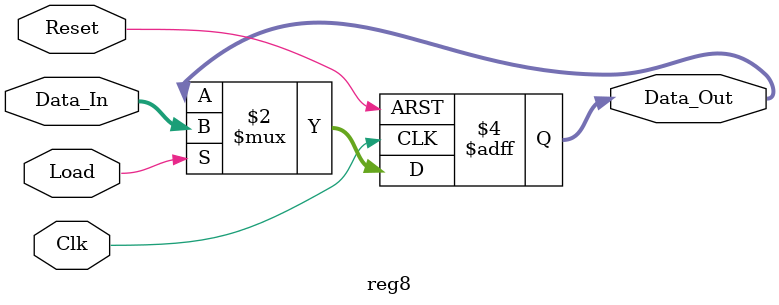
<source format=sv>
module reg8 (input  logic Clk, Reset, Load,
              input  logic [7:0]  Data_In,	
              output logic [7:0]  Data_Out);	

    always_ff @ (posedge Clk or posedge Reset)	
    begin
	 	 if (Reset)
			  Data_Out <= 8'h00;	// for clearing PC when RESET is pressed
		 else if (Load)
			  Data_Out <= Data_In;		
    end

endmodule

</source>
